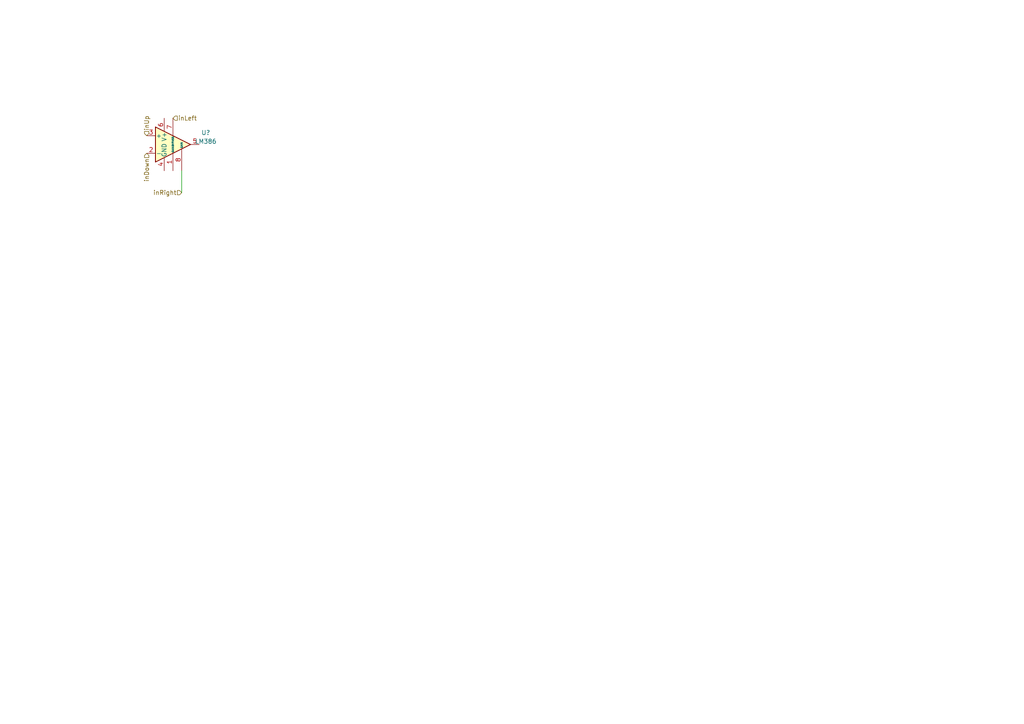
<source format=kicad_sch>
(kicad_sch (version 20230121) (generator eeschema)
  (paper "A4")
  (lib_symbols
    (symbol "Amplifier_Audio:LM386" (pin_names (offset 0.127))
      (property "Reference" "U" (at 1.27 7.62 0))
      (property "Value" "LM386" (at 1.27 5.08 0))
      (symbol "LM386_0_1"
        (polyline (pts (xy 5.08 0) (xy -5.08 5.08) (xy -5.08 -5.08) (xy 5.08 0)) (stroke (width 0.254)) (fill (type background)))
      )
      (symbol "LM386_1_1"
        (pin input line (at 0 -7.62 90) (length 5.08) (name "GAIN") (number "1"))
        (pin input line (at -7.62 -2.54 0) (length 2.54) (name "-") (number "2"))
        (pin input line (at -7.62 2.54 0) (length 2.54) (name "+") (number "3"))
        (pin power_in line (at -2.54 -7.62 90) (length 3.81) (name "GND") (number "4"))
        (pin output line (at 7.62 0 180) (length 2.54) (name "~") (number "5"))
        (pin power_in line (at -2.54 7.62 270) (length 3.81) (name "V+") (number "6"))
        (pin input line (at 0 7.62 270) (length 5.08) (name "BYPASS") (number "7"))
        (pin input line (at 2.54 -7.62 90) (length 6.35) (name "GAIN") (number "8"))
      )
    )
  )
  (wire (pts (xy 52.705 49.53) (xy 52.705 55.88)))
  (hierarchical_label "inDown" (shape input) (at 42.545 44.45 270))
  (hierarchical_label "inUp" (shape input) (at 42.545 39.37 90))
  (hierarchical_label "inLeft" (shape input) (at 50.165 34.29 0))
  (hierarchical_label "inRight" (shape input) (at 52.705 55.88 180))
  (symbol (lib_id "Amplifier_Audio:LM386") (at 50.165 41.91 0) (unit 1)
    (property "Reference" "U?" (at 59.69 38.4811 0))
    (property "Value" "LM386" (at 59.69 41.0211 0))
    (property "Datasheet" "http://www.ti.com/lit/ds/symlink/lm386.pdf" (effects hide))
  )
)
</source>
